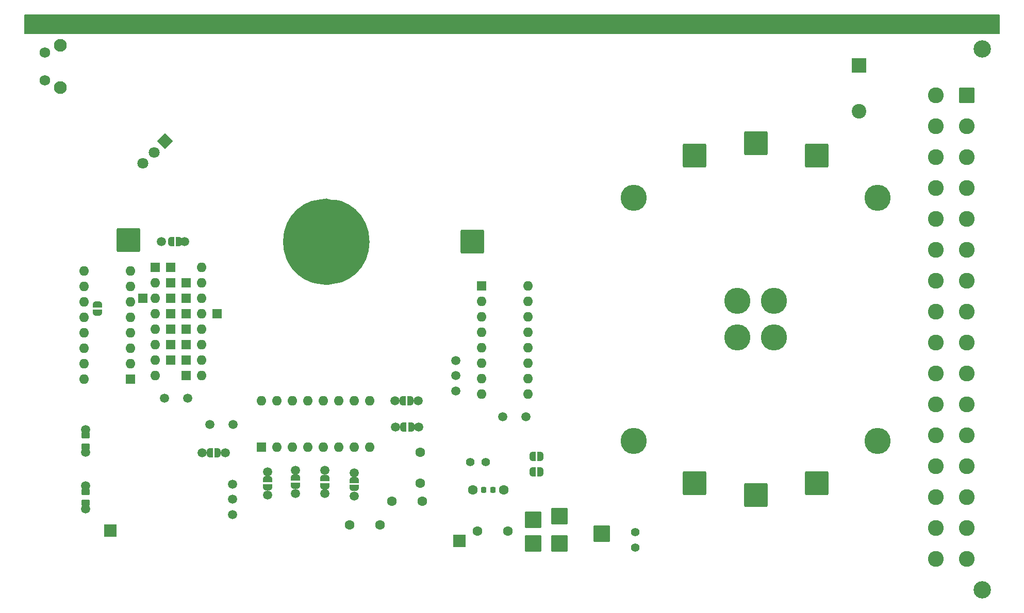
<source format=gbr>
G04 #@! TF.GenerationSoftware,KiCad,Pcbnew,(6.0.5)*
G04 #@! TF.CreationDate,2023-01-29T23:25:53+01:00*
G04 #@! TF.ProjectId,adrmu6layer,6164726d-7536-46c6-9179-65722e6b6963,1*
G04 #@! TF.SameCoordinates,Original*
G04 #@! TF.FileFunction,Soldermask,Bot*
G04 #@! TF.FilePolarity,Negative*
%FSLAX46Y46*%
G04 Gerber Fmt 4.6, Leading zero omitted, Abs format (unit mm)*
G04 Created by KiCad (PCBNEW (6.0.5)) date 2023-01-29 23:25:53*
%MOMM*%
%LPD*%
G01*
G04 APERTURE LIST*
G04 Aperture macros list*
%AMRoundRect*
0 Rectangle with rounded corners*
0 $1 Rounding radius*
0 $2 $3 $4 $5 $6 $7 $8 $9 X,Y pos of 4 corners*
0 Add a 4 corners polygon primitive as box body*
4,1,4,$2,$3,$4,$5,$6,$7,$8,$9,$2,$3,0*
0 Add four circle primitives for the rounded corners*
1,1,$1+$1,$2,$3*
1,1,$1+$1,$4,$5*
1,1,$1+$1,$6,$7*
1,1,$1+$1,$8,$9*
0 Add four rect primitives between the rounded corners*
20,1,$1+$1,$2,$3,$4,$5,0*
20,1,$1+$1,$4,$5,$6,$7,0*
20,1,$1+$1,$6,$7,$8,$9,0*
20,1,$1+$1,$8,$9,$2,$3,0*%
%AMHorizOval*
0 Thick line with rounded ends*
0 $1 width*
0 $2 $3 position (X,Y) of the first rounded end (center of the circle)*
0 $4 $5 position (X,Y) of the second rounded end (center of the circle)*
0 Add line between two ends*
20,1,$1,$2,$3,$4,$5,0*
0 Add two circle primitives to create the rounded ends*
1,1,$1,$2,$3*
1,1,$1,$4,$5*%
%AMRotRect*
0 Rectangle, with rotation*
0 The origin of the aperture is its center*
0 $1 length*
0 $2 width*
0 $3 Rotation angle, in degrees counterclockwise*
0 Add horizontal line*
21,1,$1,$2,0,0,$3*%
%AMFreePoly0*
4,1,22,0.500000,-0.750000,0.000000,-0.750000,0.000000,-0.745033,-0.079941,-0.743568,-0.215256,-0.701293,-0.333266,-0.622738,-0.424486,-0.514219,-0.481581,-0.384460,-0.499164,-0.250000,-0.500000,-0.250000,-0.500000,0.250000,-0.499164,0.250000,-0.499963,0.256109,-0.478152,0.396186,-0.417904,0.524511,-0.324060,0.630769,-0.204165,0.706417,-0.067858,0.745374,0.000000,0.744959,0.000000,0.750000,
0.500000,0.750000,0.500000,-0.750000,0.500000,-0.750000,$1*%
%AMFreePoly1*
4,1,20,0.000000,0.744959,0.073905,0.744508,0.209726,0.703889,0.328688,0.626782,0.421226,0.519385,0.479903,0.390333,0.500000,0.250000,0.500000,-0.250000,0.499851,-0.262216,0.476331,-0.402017,0.414519,-0.529596,0.319384,-0.634700,0.198574,-0.708877,0.061801,-0.746166,0.000000,-0.745033,0.000000,-0.750000,-0.500000,-0.750000,-0.500000,0.750000,0.000000,0.750000,0.000000,0.744959,
0.000000,0.744959,$1*%
G04 Aperture macros list end*
%ADD10C,0.150000*%
%ADD11C,7.100000*%
%ADD12RoundRect,0.225000X0.225000X0.250000X-0.225000X0.250000X-0.225000X-0.250000X0.225000X-0.250000X0*%
%ADD13C,1.500000*%
%ADD14RoundRect,0.250000X-0.550000X-0.550000X0.550000X-0.550000X0.550000X0.550000X-0.550000X0.550000X0*%
%ADD15R,1.600000X1.600000*%
%ADD16O,1.600000X1.600000*%
%ADD17C,1.600000*%
%ADD18RoundRect,0.250002X1.699998X1.699998X-1.699998X1.699998X-1.699998X-1.699998X1.699998X-1.699998X0*%
%ADD19C,4.300000*%
%ADD20RoundRect,0.250002X-1.699998X-1.699998X1.699998X-1.699998X1.699998X1.699998X-1.699998X1.699998X0*%
%ADD21C,1.400000*%
%ADD22RoundRect,0.250000X-1.125000X-1.125000X1.125000X-1.125000X1.125000X1.125000X-1.125000X1.125000X0*%
%ADD23C,2.850000*%
%ADD24RoundRect,0.250000X-1.050000X1.050000X-1.050000X-1.050000X1.050000X-1.050000X1.050000X1.050000X0*%
%ADD25C,2.600000*%
%ADD26RotRect,1.800000X1.800000X225.000000*%
%ADD27HorizOval,1.800000X0.000000X0.000000X0.000000X0.000000X0*%
%ADD28R,2.400000X2.400000*%
%ADD29C,2.400000*%
%ADD30R,2.000000X2.000000*%
%ADD31O,1.200000X1.200000*%
%ADD32C,2.100000*%
%ADD33C,1.750000*%
%ADD34RoundRect,0.250000X0.450000X-0.262500X0.450000X0.262500X-0.450000X0.262500X-0.450000X-0.262500X0*%
%ADD35FreePoly0,270.000000*%
%ADD36FreePoly1,270.000000*%
%ADD37RoundRect,0.250000X-0.450000X0.262500X-0.450000X-0.262500X0.450000X-0.262500X0.450000X0.262500X0*%
%ADD38FreePoly0,0.000000*%
%ADD39FreePoly1,0.000000*%
%ADD40FreePoly0,90.000000*%
%ADD41FreePoly1,90.000000*%
%ADD42FreePoly0,180.000000*%
%ADD43FreePoly1,180.000000*%
G04 APERTURE END LIST*
D10*
X230000000Y-50000000D02*
X70000000Y-50000000D01*
X70000000Y-50000000D02*
X70000000Y-53000000D01*
X70000000Y-53000000D02*
X230000000Y-53000000D01*
X230000000Y-53000000D02*
X230000000Y-50000000D01*
G36*
X230000000Y-50000000D02*
G01*
X70000000Y-50000000D01*
X70000000Y-53000000D01*
X230000000Y-53000000D01*
X230000000Y-50000000D01*
G37*
D11*
X123049624Y-87249000D02*
G75*
G03*
X123049624Y-87249000I-3550000J0D01*
G01*
D12*
G04 #@! TO.C,C417*
X146875000Y-128000000D03*
X145325000Y-128000000D03*
G04 #@! TD*
D13*
G04 #@! TO.C,RN402*
X140750000Y-111750000D03*
X140750000Y-109250000D03*
X140750000Y-106750000D03*
G04 #@! TD*
G04 #@! TO.C,RN202*
X104140000Y-132080000D03*
X104140000Y-129580000D03*
X104140000Y-127080000D03*
G04 #@! TD*
D14*
G04 #@! TO.C,J217*
X93980000Y-106680000D03*
G04 #@! TD*
D15*
G04 #@! TO.C,RN401*
X145000000Y-94500000D03*
D16*
X145000000Y-97040000D03*
X145000000Y-99580000D03*
X145000000Y-102120000D03*
X145000000Y-104660000D03*
X145000000Y-107200000D03*
X145000000Y-109740000D03*
X145000000Y-112280000D03*
X152620000Y-112280000D03*
X152620000Y-109740000D03*
X152620000Y-107200000D03*
X152620000Y-104660000D03*
X152620000Y-102120000D03*
X152620000Y-99580000D03*
X152620000Y-97040000D03*
X152620000Y-94500000D03*
G04 #@! TD*
D13*
G04 #@! TO.C,R202*
X92950000Y-113000000D03*
X96750000Y-113000000D03*
G04 #@! TD*
D17*
G04 #@! TO.C,C401*
X128300000Y-133800000D03*
X123300000Y-133800000D03*
G04 #@! TD*
D18*
G04 #@! TO.C,J305*
X190000000Y-128900000D03*
G04 #@! TD*
D19*
G04 #@! TO.C,H303*
X170000000Y-120000000D03*
G04 #@! TD*
D20*
G04 #@! TO.C,J301*
X200000000Y-73100000D03*
G04 #@! TD*
D14*
G04 #@! TO.C,J210*
X96520000Y-93980000D03*
G04 #@! TD*
D21*
G04 #@! TO.C,C414*
X170200000Y-137500000D03*
X170200000Y-135000000D03*
G04 #@! TD*
D19*
G04 #@! TO.C,H306*
X187000000Y-97000000D03*
G04 #@! TD*
D22*
G04 #@! TO.C,J106*
X164700000Y-135200000D03*
G04 #@! TD*
D23*
G04 #@! TO.C,J101*
X227240000Y-144450000D03*
X227240000Y-55550000D03*
D24*
X224700000Y-63170000D03*
D25*
X224700000Y-68250000D03*
X224700000Y-73330000D03*
X224700000Y-78410000D03*
X224700000Y-83490000D03*
X224700000Y-88570000D03*
X224700000Y-93650000D03*
X224700000Y-98730000D03*
X224700000Y-103810000D03*
X224700000Y-108890000D03*
X224700000Y-113970000D03*
X224700000Y-119050000D03*
X224700000Y-124130000D03*
X224700000Y-129210000D03*
X224700000Y-134290000D03*
X224700000Y-139370000D03*
X219620000Y-63170000D03*
X219620000Y-68250000D03*
X219620000Y-73330000D03*
X219620000Y-78410000D03*
X219620000Y-83490000D03*
X219620000Y-88570000D03*
X219620000Y-93650000D03*
X219620000Y-98730000D03*
X219620000Y-103810000D03*
X219620000Y-108890000D03*
X219620000Y-113970000D03*
X219620000Y-119050000D03*
X219620000Y-124130000D03*
X219620000Y-129210000D03*
X219620000Y-134290000D03*
X219620000Y-139370000D03*
G04 #@! TD*
D13*
G04 #@! TO.C,R213*
X130800000Y-113400000D03*
X134600000Y-113400000D03*
G04 #@! TD*
D14*
G04 #@! TO.C,J208*
X96520000Y-104140000D03*
G04 #@! TD*
D13*
G04 #@! TO.C,R402*
X124114624Y-125240000D03*
X124114624Y-129040000D03*
G04 #@! TD*
D19*
G04 #@! TO.C,H304*
X187000000Y-103000000D03*
G04 #@! TD*
D13*
G04 #@! TO.C,R217*
X104150000Y-117300000D03*
X100350000Y-117300000D03*
G04 #@! TD*
D20*
G04 #@! TO.C,J105*
X143499624Y-87249000D03*
G04 #@! TD*
D14*
G04 #@! TO.C,J212*
X93980000Y-104140000D03*
G04 #@! TD*
G04 #@! TO.C,J207*
X96520000Y-101600000D03*
G04 #@! TD*
D13*
G04 #@! TO.C,R208*
X114462624Y-124859000D03*
X114462624Y-128659000D03*
G04 #@! TD*
G04 #@! TO.C,R214*
X109890624Y-125113000D03*
X109890624Y-128913000D03*
G04 #@! TD*
D14*
G04 #@! TO.C,J204*
X93980000Y-93980000D03*
G04 #@! TD*
G04 #@! TO.C,J206*
X96520000Y-99060000D03*
G04 #@! TD*
D17*
G04 #@! TO.C,C404*
X134900000Y-121900000D03*
X134900000Y-126900000D03*
G04 #@! TD*
D26*
G04 #@! TO.C,Q201*
X93000000Y-70754376D03*
D27*
X91203949Y-72550427D03*
X89407898Y-74346478D03*
G04 #@! TD*
D14*
G04 #@! TO.C,J205*
X93980000Y-96520000D03*
G04 #@! TD*
D19*
G04 #@! TO.C,H302*
X193000000Y-103000000D03*
G04 #@! TD*
D15*
G04 #@! TO.C,RN201*
X91440000Y-91440000D03*
D16*
X91440000Y-93980000D03*
X91440000Y-96520000D03*
X91440000Y-99060000D03*
X91440000Y-101600000D03*
X91440000Y-104140000D03*
X91440000Y-106680000D03*
X91440000Y-109220000D03*
X99060000Y-109220000D03*
X99060000Y-106680000D03*
X99060000Y-104140000D03*
X99060000Y-101600000D03*
X99060000Y-99060000D03*
X99060000Y-96520000D03*
X99060000Y-93980000D03*
X99060000Y-91440000D03*
G04 #@! TD*
D14*
G04 #@! TO.C,J216*
X101600000Y-99060000D03*
G04 #@! TD*
G04 #@! TO.C,J214*
X93980000Y-91440000D03*
G04 #@! TD*
D28*
G04 #@! TO.C,C303*
X207000000Y-58287246D03*
D29*
X207000000Y-65787246D03*
G04 #@! TD*
D13*
G04 #@! TO.C,R405*
X119288624Y-124859000D03*
X119288624Y-128659000D03*
G04 #@! TD*
D21*
G04 #@! TO.C,C412*
X145650000Y-123500000D03*
X143150000Y-123500000D03*
G04 #@! TD*
D14*
G04 #@! TO.C,J202*
X93980000Y-99060000D03*
G04 #@! TD*
D13*
G04 #@! TO.C,R223*
X80000000Y-127350000D03*
X80000000Y-131150000D03*
G04 #@! TD*
D19*
G04 #@! TO.C,H301*
X210000000Y-120000000D03*
G04 #@! TD*
D20*
G04 #@! TO.C,J104*
X87000000Y-87000000D03*
G04 #@! TD*
D13*
G04 #@! TO.C,R407*
X148500000Y-116000000D03*
X152300000Y-116000000D03*
G04 #@! TD*
D22*
G04 #@! TO.C,J102*
X153500000Y-132987500D03*
G04 #@! TD*
D17*
G04 #@! TO.C,C408*
X135300000Y-129900000D03*
X130300000Y-129900000D03*
G04 #@! TD*
D14*
G04 #@! TO.C,J211*
X93980000Y-101600000D03*
G04 #@! TD*
D19*
G04 #@! TO.C,H308*
X193000000Y-97000000D03*
G04 #@! TD*
D14*
G04 #@! TO.C,J203*
X96520000Y-109220000D03*
G04 #@! TD*
G04 #@! TO.C,J215*
X89408000Y-96520000D03*
G04 #@! TD*
D22*
G04 #@! TO.C,J103*
X157756000Y-132375500D03*
G04 #@! TD*
D30*
G04 #@! TO.C,TP401*
X141400000Y-136400000D03*
G04 #@! TD*
D31*
G04 #@! TO.C,U201*
X119499624Y-84334000D03*
X117434872Y-85189248D03*
X116579624Y-87254000D03*
X117434872Y-89318752D03*
X119499624Y-90174000D03*
X121564376Y-89318752D03*
X122419624Y-87254000D03*
X121564376Y-85189248D03*
G04 #@! TD*
D20*
G04 #@! TO.C,J302*
X190000000Y-71100000D03*
G04 #@! TD*
D30*
G04 #@! TO.C,TP201*
X84000000Y-134750000D03*
G04 #@! TD*
D13*
G04 #@! TO.C,R220*
X96200000Y-87249000D03*
X92400000Y-87249000D03*
G04 #@! TD*
D15*
G04 #@! TO.C,RN204*
X87332263Y-109834376D03*
D16*
X87332263Y-107294376D03*
X87332263Y-104754376D03*
X87332263Y-102214376D03*
X87332263Y-99674376D03*
X87332263Y-97134376D03*
X87332263Y-94594376D03*
X87332263Y-92054376D03*
X79712263Y-92054376D03*
X79712263Y-94594376D03*
X79712263Y-97134376D03*
X79712263Y-99674376D03*
X79712263Y-102214376D03*
X79712263Y-104754376D03*
X79712263Y-107294376D03*
X79712263Y-109834376D03*
G04 #@! TD*
D13*
G04 #@! TO.C,R225*
X80000000Y-121900000D03*
X80000000Y-118100000D03*
G04 #@! TD*
D15*
G04 #@! TO.C,RN203*
X108874624Y-121049000D03*
D16*
X111414624Y-121049000D03*
X113954624Y-121049000D03*
X116494624Y-121049000D03*
X119034624Y-121049000D03*
X121574624Y-121049000D03*
X124114624Y-121049000D03*
X126654624Y-121049000D03*
X126654624Y-113429000D03*
X121574624Y-113429000D03*
X124114624Y-113429000D03*
X119034624Y-113429000D03*
X116494624Y-113429000D03*
X113954624Y-113429000D03*
X111414624Y-113429000D03*
X108874624Y-113429000D03*
G04 #@! TD*
D18*
G04 #@! TO.C,J304*
X180000000Y-126900000D03*
G04 #@! TD*
D13*
G04 #@! TO.C,R211*
X102900000Y-121918000D03*
X99100000Y-121918000D03*
G04 #@! TD*
D14*
G04 #@! TO.C,J201*
X96520000Y-96520000D03*
G04 #@! TD*
D13*
G04 #@! TO.C,R207*
X130900000Y-117700000D03*
X134700000Y-117700000D03*
G04 #@! TD*
D22*
G04 #@! TO.C,J107*
X153500000Y-136820500D03*
G04 #@! TD*
D18*
G04 #@! TO.C,J308*
X200000000Y-126900000D03*
G04 #@! TD*
D17*
G04 #@! TO.C,C413*
X144300000Y-134800000D03*
X149300000Y-134800000D03*
G04 #@! TD*
D32*
G04 #@! TO.C,SW301*
X75790000Y-61945000D03*
X75790000Y-54935000D03*
D33*
X73300000Y-60695000D03*
X73300000Y-56195000D03*
G04 #@! TD*
D17*
G04 #@! TO.C,C409*
X148600000Y-128050000D03*
X143600000Y-128050000D03*
G04 #@! TD*
D19*
G04 #@! TO.C,H305*
X170000000Y-80000000D03*
G04 #@! TD*
G04 #@! TO.C,H307*
X210000000Y-80000000D03*
G04 #@! TD*
D22*
G04 #@! TO.C,J108*
X157756000Y-136820500D03*
G04 #@! TD*
D20*
G04 #@! TO.C,J303*
X180000000Y-73100000D03*
G04 #@! TD*
D14*
G04 #@! TO.C,J209*
X96520000Y-106680000D03*
G04 #@! TD*
D34*
G04 #@! TO.C,R226*
X80000000Y-130162500D03*
X80000000Y-128337500D03*
G04 #@! TD*
D35*
G04 #@! TO.C,JP208*
X109890624Y-126300500D03*
D36*
X109890624Y-127600500D03*
G04 #@! TD*
D37*
G04 #@! TO.C,R227*
X80000000Y-119087500D03*
X80000000Y-120912500D03*
G04 #@! TD*
D38*
G04 #@! TO.C,JP213*
X94000624Y-87249000D03*
D39*
X95300624Y-87249000D03*
G04 #@! TD*
D40*
G04 #@! TO.C,JP220*
X81915000Y-98900000D03*
D41*
X81915000Y-97600000D03*
G04 #@! TD*
D38*
G04 #@! TO.C,JP409*
X153350000Y-125100000D03*
D39*
X154650000Y-125100000D03*
G04 #@! TD*
D35*
G04 #@! TO.C,JP401*
X124114624Y-126427500D03*
D36*
X124114624Y-127727500D03*
G04 #@! TD*
D42*
G04 #@! TO.C,JP207*
X101650000Y-121918000D03*
D43*
X100350000Y-121918000D03*
G04 #@! TD*
D35*
G04 #@! TO.C,JP404*
X119288624Y-126109000D03*
D36*
X119288624Y-127409000D03*
G04 #@! TD*
D42*
G04 #@! TO.C,JP408*
X154650000Y-122500000D03*
D43*
X153350000Y-122500000D03*
G04 #@! TD*
D38*
G04 #@! TO.C,JP203*
X132150000Y-117700000D03*
D39*
X133450000Y-117700000D03*
G04 #@! TD*
D35*
G04 #@! TO.C,JP202*
X114462624Y-126046500D03*
D36*
X114462624Y-127346500D03*
G04 #@! TD*
D38*
G04 #@! TO.C,JP209*
X132050000Y-113400000D03*
D39*
X133350000Y-113400000D03*
G04 #@! TD*
M02*

</source>
